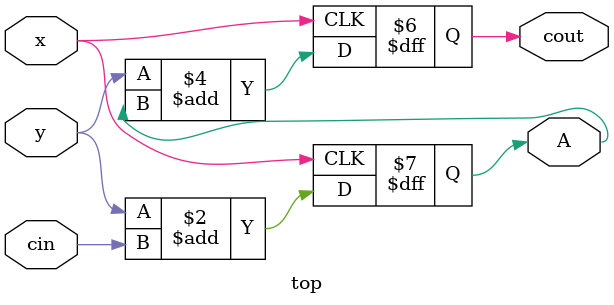
<source format=v>
module top
(
 input x,
 input y,
 input cin,

 output reg A,
 output reg cout
 );

 initial begin
    A = 0;
    cout = 0;
 end

always @(posedge x) begin
    A <=  y + cin;
end
always @(negedge x) begin
    cout <=  y + A;
end

endmodule

</source>
